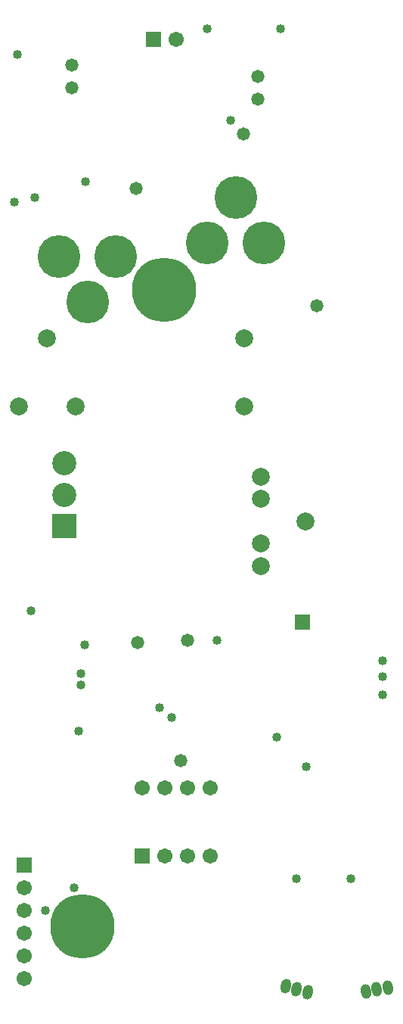
<source format=gbs>
%FSTAX24Y24*%
%MOIN*%
G70*
G01*
G75*
G04 Layer_Color=8388736*
%ADD10O,0.0394X0.0984*%
%ADD11R,0.0394X0.0984*%
%ADD12R,0.0394X0.0512*%
%ADD13R,0.0709X0.0709*%
%ADD14R,0.0472X0.0512*%
%ADD15R,0.1004X0.0374*%
%ADD16R,0.1004X0.1299*%
%ADD17R,0.0512X0.0394*%
%ADD18R,0.0630X0.0630*%
%ADD19R,0.0374X0.0315*%
%ADD20R,0.0984X0.0512*%
%ADD21O,0.0906X0.0236*%
%ADD22R,0.0709X0.0709*%
%ADD23R,0.0256X0.0472*%
%ADD24R,0.1575X0.0866*%
%ADD25R,0.0512X0.0236*%
%ADD26O,0.0512X0.0236*%
%ADD27R,0.0315X0.0374*%
%ADD28R,0.0472X0.0256*%
%ADD29C,0.0100*%
%ADD30C,0.0300*%
%ADD31C,0.0250*%
%ADD32C,0.0600*%
%ADD33C,0.0200*%
%ADD34C,0.0080*%
%ADD35C,0.0060*%
%ADD36C,0.2756*%
%ADD37C,0.0709*%
%ADD38C,0.0984*%
%ADD39R,0.0984X0.0984*%
G04:AMPARAMS|DCode=40|XSize=37.4mil|YSize=57.1mil|CornerRadius=0mil|HoleSize=0mil|Usage=FLASHONLY|Rotation=345.000|XOffset=0mil|YOffset=0mil|HoleType=Round|Shape=Round|*
%AMOVALD40*
21,1,0.0197,0.0374,0.0000,0.0000,75.0*
1,1,0.0374,-0.0025,-0.0095*
1,1,0.0374,0.0025,0.0095*
%
%ADD40OVALD40*%

G04:AMPARAMS|DCode=41|XSize=37.4mil|YSize=57.1mil|CornerRadius=0mil|HoleSize=0mil|Usage=FLASHONLY|Rotation=10.000|XOffset=0mil|YOffset=0mil|HoleType=Round|Shape=Round|*
%AMOVALD41*
21,1,0.0197,0.0374,0.0000,0.0000,100.0*
1,1,0.0374,0.0017,-0.0097*
1,1,0.0374,-0.0017,0.0097*
%
%ADD41OVALD41*%

%ADD42R,0.0591X0.0591*%
%ADD43C,0.0591*%
%ADD44R,0.0591X0.0591*%
%ADD45C,0.1800*%
%ADD46C,0.0320*%
%ADD47C,0.0500*%
%ADD48C,0.0098*%
%ADD49C,0.0079*%
%ADD50C,0.0236*%
%ADD51C,0.0040*%
%ADD52C,0.0030*%
G04:AMPARAMS|DCode=53|XSize=165.4mil|YSize=0mil|CornerRadius=0mil|HoleSize=0mil|Usage=FLASHONLY|Rotation=345.000|XOffset=0mil|YOffset=0mil|HoleType=Round|Shape=Rectangle|*
%AMROTATEDRECTD53*
4,1,4,-0.0799,0.0214,-0.0799,0.0214,0.0799,-0.0214,0.0799,-0.0214,-0.0799,0.0214,0.0*
%
%ADD53ROTATEDRECTD53*%

G04:AMPARAMS|DCode=54|XSize=173.2mil|YSize=15.7mil|CornerRadius=0mil|HoleSize=0mil|Usage=FLASHONLY|Rotation=345.000|XOffset=0mil|YOffset=0mil|HoleType=Round|Shape=Rectangle|*
%AMROTATEDRECTD54*
4,1,4,-0.0857,0.0148,-0.0816,0.0300,0.0857,-0.0148,0.0816,-0.0300,-0.0857,0.0148,0.0*
%
%ADD54ROTATEDRECTD54*%

G04:AMPARAMS|DCode=55|XSize=165.4mil|YSize=0mil|CornerRadius=0mil|HoleSize=0mil|Usage=FLASHONLY|Rotation=10.000|XOffset=0mil|YOffset=0mil|HoleType=Round|Shape=Rectangle|*
%AMROTATEDRECTD55*
4,1,4,-0.0814,-0.0144,-0.0814,-0.0144,0.0814,0.0144,0.0814,0.0144,-0.0814,-0.0144,0.0*
%
%ADD55ROTATEDRECTD55*%

G04:AMPARAMS|DCode=56|XSize=173.2mil|YSize=15.7mil|CornerRadius=0mil|HoleSize=0mil|Usage=FLASHONLY|Rotation=10.000|XOffset=0mil|YOffset=0mil|HoleType=Round|Shape=Rectangle|*
%AMROTATEDRECTD56*
4,1,4,-0.0839,-0.0228,-0.0867,-0.0073,0.0839,0.0228,0.0867,0.0073,-0.0839,-0.0228,0.0*
%
%ADD56ROTATEDRECTD56*%

%ADD57O,0.0474X0.1064*%
%ADD58R,0.0474X0.1064*%
%ADD59R,0.0474X0.0592*%
%ADD60R,0.0789X0.0789*%
%ADD61R,0.0552X0.0592*%
%ADD62R,0.1084X0.0454*%
%ADD63R,0.1084X0.1379*%
%ADD64R,0.0592X0.0474*%
%ADD65R,0.0710X0.0710*%
%ADD66R,0.0454X0.0395*%
%ADD67R,0.1064X0.0592*%
%ADD68O,0.0986X0.0316*%
%ADD69R,0.0789X0.0789*%
%ADD70R,0.0336X0.0552*%
%ADD71R,0.1655X0.0946*%
%ADD72R,0.0592X0.0316*%
%ADD73O,0.0592X0.0316*%
%ADD74R,0.0395X0.0454*%
%ADD75R,0.0552X0.0336*%
%ADD76C,0.2836*%
%ADD77C,0.0789*%
%ADD78C,0.1064*%
%ADD79R,0.1064X0.1064*%
G04:AMPARAMS|DCode=80|XSize=45.4mil|YSize=65.1mil|CornerRadius=0mil|HoleSize=0mil|Usage=FLASHONLY|Rotation=345.000|XOffset=0mil|YOffset=0mil|HoleType=Round|Shape=Round|*
%AMOVALD80*
21,1,0.0197,0.0454,0.0000,0.0000,75.0*
1,1,0.0454,-0.0025,-0.0095*
1,1,0.0454,0.0025,0.0095*
%
%ADD80OVALD80*%

G04:AMPARAMS|DCode=81|XSize=45.4mil|YSize=65.1mil|CornerRadius=0mil|HoleSize=0mil|Usage=FLASHONLY|Rotation=10.000|XOffset=0mil|YOffset=0mil|HoleType=Round|Shape=Round|*
%AMOVALD81*
21,1,0.0197,0.0454,0.0000,0.0000,100.0*
1,1,0.0454,0.0017,-0.0097*
1,1,0.0454,-0.0017,0.0097*
%
%ADD81OVALD81*%

%ADD82R,0.0671X0.0671*%
%ADD83C,0.0671*%
%ADD84R,0.0671X0.0671*%
%ADD85C,0.1880*%
%ADD86C,0.0400*%
%ADD87C,0.0580*%
D76*
X19205Y16573D02*
D03*
X188443Y137696D02*
D03*
D77*
X1956Y1636D02*
D03*
Y1606D02*
D03*
X186899Y1636D02*
D03*
X185639Y1606D02*
D03*
X188159D02*
D03*
X1983Y15555D02*
D03*
X196332Y153581D02*
D03*
Y157519D02*
D03*
Y154566D02*
D03*
Y156534D02*
D03*
D78*
X187655Y156722D02*
D03*
Y1581D02*
D03*
D79*
Y155344D02*
D03*
D80*
X198375Y134808D02*
D03*
X197892Y134937D02*
D03*
X197409Y135067D02*
D03*
D81*
X201928Y135024D02*
D03*
X201435Y134937D02*
D03*
X200943Y134851D02*
D03*
D82*
X191593Y176772D02*
D03*
X19814Y1511D02*
D03*
D83*
X192593Y176772D02*
D03*
X1859Y1394D02*
D03*
Y1384D02*
D03*
Y1374D02*
D03*
Y1364D02*
D03*
Y1354D02*
D03*
X192077Y140822D02*
D03*
X193077D02*
D03*
X194077D02*
D03*
X191077Y143822D02*
D03*
X192077D02*
D03*
X193077D02*
D03*
X194077D02*
D03*
D84*
X1859Y1404D02*
D03*
X191077Y140822D02*
D03*
D85*
X195205Y169815D02*
D03*
X196455Y167815D02*
D03*
X193955D02*
D03*
X189927Y167224D02*
D03*
X187427D02*
D03*
X188677Y165224D02*
D03*
D86*
X195Y1732D02*
D03*
X1862Y1516D02*
D03*
X1979Y1398D02*
D03*
X2003D02*
D03*
X1883Y1463D02*
D03*
X1884Y14885D02*
D03*
Y14835D02*
D03*
X2017Y1494D02*
D03*
Y1487D02*
D03*
Y1479D02*
D03*
X1924Y1469D02*
D03*
X19185Y14735D02*
D03*
X1944Y1503D02*
D03*
X19703Y14603D02*
D03*
X19831Y14475D02*
D03*
X18682Y1384D02*
D03*
X18808Y1394D02*
D03*
X1856Y1761D02*
D03*
X1972Y17725D02*
D03*
X1886Y1705D02*
D03*
X18635Y1698D02*
D03*
X18545Y1696D02*
D03*
X19395Y17725D02*
D03*
X18855Y1501D02*
D03*
D87*
X190829Y1702D02*
D03*
X1909Y1502D02*
D03*
X1928Y145D02*
D03*
X1931Y1503D02*
D03*
X19555Y1726D02*
D03*
X19878Y16503D02*
D03*
X188Y17465D02*
D03*
X1962Y17515D02*
D03*
X188Y17565D02*
D03*
X1962Y17415D02*
D03*
M02*

</source>
